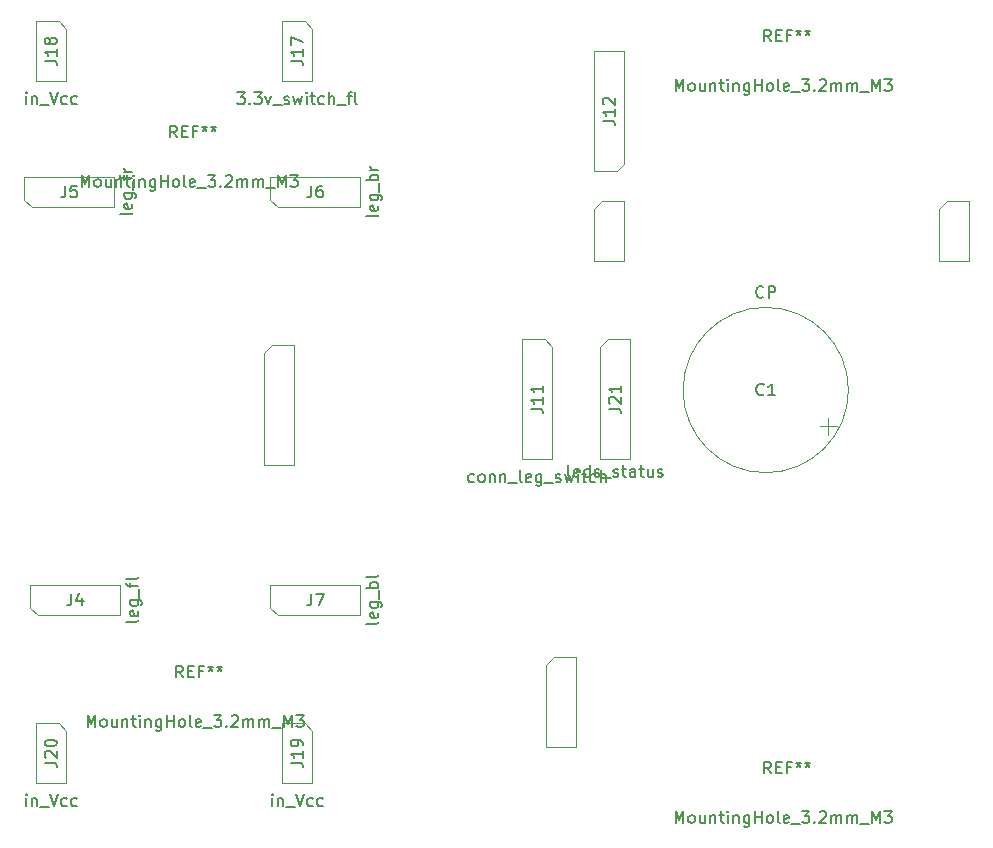
<source format=gbr>
%TF.GenerationSoftware,KiCad,Pcbnew,5.1.10-88a1d61d58~88~ubuntu18.04.1*%
%TF.CreationDate,2022-01-24T00:07:05+01:00*%
%TF.ProjectId,catbot_electronics_board,7061766c-6f76-45f6-9d69-6e695f656c65,rev?*%
%TF.SameCoordinates,Original*%
%TF.FileFunction,Other,Fab,Top*%
%FSLAX46Y46*%
G04 Gerber Fmt 4.6, Leading zero omitted, Abs format (unit mm)*
G04 Created by KiCad (PCBNEW 5.1.10-88a1d61d58~88~ubuntu18.04.1) date 2022-01-24 00:07:05*
%MOMM*%
%LPD*%
G01*
G04 APERTURE LIST*
%ADD10C,0.100000*%
%ADD11C,0.150000*%
G04 APERTURE END LIST*
D10*
%TO.C,J21*%
X126873000Y-119126000D02*
X128778000Y-119126000D01*
X128778000Y-119126000D02*
X128778000Y-129286000D01*
X128778000Y-129286000D02*
X126238000Y-129286000D01*
X126238000Y-129286000D02*
X126238000Y-119761000D01*
X126238000Y-119761000D02*
X126873000Y-119126000D01*
%TO.C,J20*%
X78486000Y-151638000D02*
X80391000Y-151638000D01*
X80391000Y-151638000D02*
X81026000Y-152273000D01*
X81026000Y-152273000D02*
X81026000Y-156718000D01*
X81026000Y-156718000D02*
X78486000Y-156718000D01*
X78486000Y-156718000D02*
X78486000Y-151638000D01*
%TO.C,J19*%
X99314000Y-151638000D02*
X101219000Y-151638000D01*
X101219000Y-151638000D02*
X101854000Y-152273000D01*
X101854000Y-152273000D02*
X101854000Y-156718000D01*
X101854000Y-156718000D02*
X99314000Y-156718000D01*
X99314000Y-156718000D02*
X99314000Y-151638000D01*
%TO.C,J18*%
X78486000Y-92202000D02*
X80391000Y-92202000D01*
X80391000Y-92202000D02*
X81026000Y-92837000D01*
X81026000Y-92837000D02*
X81026000Y-97282000D01*
X81026000Y-97282000D02*
X78486000Y-97282000D01*
X78486000Y-97282000D02*
X78486000Y-92202000D01*
%TO.C,J17*%
X99314000Y-92202000D02*
X101219000Y-92202000D01*
X101219000Y-92202000D02*
X101854000Y-92837000D01*
X101854000Y-92837000D02*
X101854000Y-97282000D01*
X101854000Y-97282000D02*
X99314000Y-97282000D01*
X99314000Y-97282000D02*
X99314000Y-92202000D01*
%TO.C,J11*%
X119634000Y-119126000D02*
X121539000Y-119126000D01*
X121539000Y-119126000D02*
X122174000Y-119761000D01*
X122174000Y-119761000D02*
X122174000Y-129286000D01*
X122174000Y-129286000D02*
X119634000Y-129286000D01*
X119634000Y-129286000D02*
X119634000Y-119126000D01*
%TO.C,J7*%
X98298000Y-141859000D02*
X98298000Y-139954000D01*
X98298000Y-139954000D02*
X105918000Y-139954000D01*
X105918000Y-139954000D02*
X105918000Y-142494000D01*
X105918000Y-142494000D02*
X98933000Y-142494000D01*
X98933000Y-142494000D02*
X98298000Y-141859000D01*
%TO.C,J6*%
X98298000Y-107315000D02*
X98298000Y-105410000D01*
X98298000Y-105410000D02*
X105918000Y-105410000D01*
X105918000Y-105410000D02*
X105918000Y-107950000D01*
X105918000Y-107950000D02*
X98933000Y-107950000D01*
X98933000Y-107950000D02*
X98298000Y-107315000D01*
%TO.C,J5*%
X77470000Y-107315000D02*
X77470000Y-105410000D01*
X77470000Y-105410000D02*
X85090000Y-105410000D01*
X85090000Y-105410000D02*
X85090000Y-107950000D01*
X85090000Y-107950000D02*
X78105000Y-107950000D01*
X78105000Y-107950000D02*
X77470000Y-107315000D01*
%TO.C,J4*%
X77978000Y-141859000D02*
X77978000Y-139954000D01*
X77978000Y-139954000D02*
X85598000Y-139954000D01*
X85598000Y-139954000D02*
X85598000Y-142494000D01*
X85598000Y-142494000D02*
X78613000Y-142494000D01*
X78613000Y-142494000D02*
X77978000Y-141859000D01*
%TO.C,J1*%
X98425000Y-119634000D02*
X100330000Y-119634000D01*
X100330000Y-119634000D02*
X100330000Y-129794000D01*
X100330000Y-129794000D02*
X97790000Y-129794000D01*
X97790000Y-129794000D02*
X97790000Y-120269000D01*
X97790000Y-120269000D02*
X98425000Y-119634000D01*
%TO.C,J12*%
X127635000Y-104902000D02*
X125730000Y-104902000D01*
X125730000Y-104902000D02*
X125730000Y-94742000D01*
X125730000Y-94742000D02*
X128270000Y-94742000D01*
X128270000Y-94742000D02*
X128270000Y-104267000D01*
X128270000Y-104267000D02*
X127635000Y-104902000D01*
%TO.C,J13*%
X125730000Y-108077000D02*
X126365000Y-107442000D01*
X125730000Y-112522000D02*
X125730000Y-108077000D01*
X128270000Y-112522000D02*
X125730000Y-112522000D01*
X128270000Y-107442000D02*
X128270000Y-112522000D01*
X126365000Y-107442000D02*
X128270000Y-107442000D01*
X157480000Y-107442000D02*
X157480000Y-112522000D01*
X155575000Y-107442000D02*
X157480000Y-107442000D01*
X154940000Y-108077000D02*
X155575000Y-107442000D01*
X154940000Y-112522000D02*
X154940000Y-108077000D01*
X157480000Y-112522000D02*
X154940000Y-112522000D01*
%TO.C,J10*%
X122301000Y-146050000D02*
X124206000Y-146050000D01*
X124206000Y-146050000D02*
X124206000Y-153670000D01*
X124206000Y-153670000D02*
X121666000Y-153670000D01*
X121666000Y-153670000D02*
X121666000Y-146685000D01*
X121666000Y-146685000D02*
X122301000Y-146050000D01*
%TO.C,C1*%
X147248000Y-123444000D02*
G75*
G03*
X147248000Y-123444000I-7000000J0D01*
G01*
X146261066Y-126511500D02*
X144861066Y-126511500D01*
X145561066Y-127211500D02*
X145561066Y-125811500D01*
%TD*%
%TO.C,REF\u002A\u002A*%
D11*
X82320952Y-106252380D02*
X82320952Y-105252380D01*
X82654285Y-105966666D01*
X82987619Y-105252380D01*
X82987619Y-106252380D01*
X83606666Y-106252380D02*
X83511428Y-106204761D01*
X83463809Y-106157142D01*
X83416190Y-106061904D01*
X83416190Y-105776190D01*
X83463809Y-105680952D01*
X83511428Y-105633333D01*
X83606666Y-105585714D01*
X83749523Y-105585714D01*
X83844761Y-105633333D01*
X83892380Y-105680952D01*
X83939999Y-105776190D01*
X83939999Y-106061904D01*
X83892380Y-106157142D01*
X83844761Y-106204761D01*
X83749523Y-106252380D01*
X83606666Y-106252380D01*
X84797142Y-105585714D02*
X84797142Y-106252380D01*
X84368571Y-105585714D02*
X84368571Y-106109523D01*
X84416190Y-106204761D01*
X84511428Y-106252380D01*
X84654285Y-106252380D01*
X84749523Y-106204761D01*
X84797142Y-106157142D01*
X85273333Y-105585714D02*
X85273333Y-106252380D01*
X85273333Y-105680952D02*
X85320952Y-105633333D01*
X85416190Y-105585714D01*
X85559047Y-105585714D01*
X85654285Y-105633333D01*
X85701904Y-105728571D01*
X85701904Y-106252380D01*
X86035238Y-105585714D02*
X86416190Y-105585714D01*
X86178095Y-105252380D02*
X86178095Y-106109523D01*
X86225714Y-106204761D01*
X86320952Y-106252380D01*
X86416190Y-106252380D01*
X86749523Y-106252380D02*
X86749523Y-105585714D01*
X86749523Y-105252380D02*
X86701904Y-105300000D01*
X86749523Y-105347619D01*
X86797142Y-105300000D01*
X86749523Y-105252380D01*
X86749523Y-105347619D01*
X87225714Y-105585714D02*
X87225714Y-106252380D01*
X87225714Y-105680952D02*
X87273333Y-105633333D01*
X87368571Y-105585714D01*
X87511428Y-105585714D01*
X87606666Y-105633333D01*
X87654285Y-105728571D01*
X87654285Y-106252380D01*
X88559047Y-105585714D02*
X88559047Y-106395238D01*
X88511428Y-106490476D01*
X88463809Y-106538095D01*
X88368571Y-106585714D01*
X88225714Y-106585714D01*
X88130476Y-106538095D01*
X88559047Y-106204761D02*
X88463809Y-106252380D01*
X88273333Y-106252380D01*
X88178095Y-106204761D01*
X88130476Y-106157142D01*
X88082857Y-106061904D01*
X88082857Y-105776190D01*
X88130476Y-105680952D01*
X88178095Y-105633333D01*
X88273333Y-105585714D01*
X88463809Y-105585714D01*
X88559047Y-105633333D01*
X89035238Y-106252380D02*
X89035238Y-105252380D01*
X89035238Y-105728571D02*
X89606666Y-105728571D01*
X89606666Y-106252380D02*
X89606666Y-105252380D01*
X90225714Y-106252380D02*
X90130476Y-106204761D01*
X90082857Y-106157142D01*
X90035238Y-106061904D01*
X90035238Y-105776190D01*
X90082857Y-105680952D01*
X90130476Y-105633333D01*
X90225714Y-105585714D01*
X90368571Y-105585714D01*
X90463809Y-105633333D01*
X90511428Y-105680952D01*
X90559047Y-105776190D01*
X90559047Y-106061904D01*
X90511428Y-106157142D01*
X90463809Y-106204761D01*
X90368571Y-106252380D01*
X90225714Y-106252380D01*
X91130476Y-106252380D02*
X91035238Y-106204761D01*
X90987619Y-106109523D01*
X90987619Y-105252380D01*
X91892380Y-106204761D02*
X91797142Y-106252380D01*
X91606666Y-106252380D01*
X91511428Y-106204761D01*
X91463809Y-106109523D01*
X91463809Y-105728571D01*
X91511428Y-105633333D01*
X91606666Y-105585714D01*
X91797142Y-105585714D01*
X91892380Y-105633333D01*
X91939999Y-105728571D01*
X91939999Y-105823809D01*
X91463809Y-105919047D01*
X92130476Y-106347619D02*
X92892380Y-106347619D01*
X93035238Y-105252380D02*
X93654285Y-105252380D01*
X93320952Y-105633333D01*
X93463809Y-105633333D01*
X93559047Y-105680952D01*
X93606666Y-105728571D01*
X93654285Y-105823809D01*
X93654285Y-106061904D01*
X93606666Y-106157142D01*
X93559047Y-106204761D01*
X93463809Y-106252380D01*
X93178095Y-106252380D01*
X93082857Y-106204761D01*
X93035238Y-106157142D01*
X94082857Y-106157142D02*
X94130476Y-106204761D01*
X94082857Y-106252380D01*
X94035238Y-106204761D01*
X94082857Y-106157142D01*
X94082857Y-106252380D01*
X94511428Y-105347619D02*
X94559047Y-105300000D01*
X94654285Y-105252380D01*
X94892380Y-105252380D01*
X94987619Y-105300000D01*
X95035238Y-105347619D01*
X95082857Y-105442857D01*
X95082857Y-105538095D01*
X95035238Y-105680952D01*
X94463809Y-106252380D01*
X95082857Y-106252380D01*
X95511428Y-106252380D02*
X95511428Y-105585714D01*
X95511428Y-105680952D02*
X95559047Y-105633333D01*
X95654285Y-105585714D01*
X95797142Y-105585714D01*
X95892380Y-105633333D01*
X95939999Y-105728571D01*
X95939999Y-106252380D01*
X95939999Y-105728571D02*
X95987619Y-105633333D01*
X96082857Y-105585714D01*
X96225714Y-105585714D01*
X96320952Y-105633333D01*
X96368571Y-105728571D01*
X96368571Y-106252380D01*
X96844761Y-106252380D02*
X96844761Y-105585714D01*
X96844761Y-105680952D02*
X96892380Y-105633333D01*
X96987619Y-105585714D01*
X97130476Y-105585714D01*
X97225714Y-105633333D01*
X97273333Y-105728571D01*
X97273333Y-106252380D01*
X97273333Y-105728571D02*
X97320952Y-105633333D01*
X97416190Y-105585714D01*
X97559047Y-105585714D01*
X97654285Y-105633333D01*
X97701904Y-105728571D01*
X97701904Y-106252380D01*
X97939999Y-106347619D02*
X98701904Y-106347619D01*
X98939999Y-106252380D02*
X98939999Y-105252380D01*
X99273333Y-105966666D01*
X99606666Y-105252380D01*
X99606666Y-106252380D01*
X99987619Y-105252380D02*
X100606666Y-105252380D01*
X100273333Y-105633333D01*
X100416190Y-105633333D01*
X100511428Y-105680952D01*
X100559047Y-105728571D01*
X100606666Y-105823809D01*
X100606666Y-106061904D01*
X100559047Y-106157142D01*
X100511428Y-106204761D01*
X100416190Y-106252380D01*
X100130476Y-106252380D01*
X100035238Y-106204761D01*
X99987619Y-106157142D01*
X90406666Y-102052380D02*
X90073333Y-101576190D01*
X89835238Y-102052380D02*
X89835238Y-101052380D01*
X90216190Y-101052380D01*
X90311428Y-101100000D01*
X90359047Y-101147619D01*
X90406666Y-101242857D01*
X90406666Y-101385714D01*
X90359047Y-101480952D01*
X90311428Y-101528571D01*
X90216190Y-101576190D01*
X89835238Y-101576190D01*
X90835238Y-101528571D02*
X91168571Y-101528571D01*
X91311428Y-102052380D02*
X90835238Y-102052380D01*
X90835238Y-101052380D01*
X91311428Y-101052380D01*
X92073333Y-101528571D02*
X91740000Y-101528571D01*
X91740000Y-102052380D02*
X91740000Y-101052380D01*
X92216190Y-101052380D01*
X92740000Y-101052380D02*
X92740000Y-101290476D01*
X92501904Y-101195238D02*
X92740000Y-101290476D01*
X92978095Y-101195238D01*
X92597142Y-101480952D02*
X92740000Y-101290476D01*
X92882857Y-101480952D01*
X93501904Y-101052380D02*
X93501904Y-101290476D01*
X93263809Y-101195238D02*
X93501904Y-101290476D01*
X93740000Y-101195238D01*
X93359047Y-101480952D02*
X93501904Y-101290476D01*
X93644761Y-101480952D01*
X82828952Y-151972380D02*
X82828952Y-150972380D01*
X83162285Y-151686666D01*
X83495619Y-150972380D01*
X83495619Y-151972380D01*
X84114666Y-151972380D02*
X84019428Y-151924761D01*
X83971809Y-151877142D01*
X83924190Y-151781904D01*
X83924190Y-151496190D01*
X83971809Y-151400952D01*
X84019428Y-151353333D01*
X84114666Y-151305714D01*
X84257523Y-151305714D01*
X84352761Y-151353333D01*
X84400380Y-151400952D01*
X84447999Y-151496190D01*
X84447999Y-151781904D01*
X84400380Y-151877142D01*
X84352761Y-151924761D01*
X84257523Y-151972380D01*
X84114666Y-151972380D01*
X85305142Y-151305714D02*
X85305142Y-151972380D01*
X84876571Y-151305714D02*
X84876571Y-151829523D01*
X84924190Y-151924761D01*
X85019428Y-151972380D01*
X85162285Y-151972380D01*
X85257523Y-151924761D01*
X85305142Y-151877142D01*
X85781333Y-151305714D02*
X85781333Y-151972380D01*
X85781333Y-151400952D02*
X85828952Y-151353333D01*
X85924190Y-151305714D01*
X86067047Y-151305714D01*
X86162285Y-151353333D01*
X86209904Y-151448571D01*
X86209904Y-151972380D01*
X86543238Y-151305714D02*
X86924190Y-151305714D01*
X86686095Y-150972380D02*
X86686095Y-151829523D01*
X86733714Y-151924761D01*
X86828952Y-151972380D01*
X86924190Y-151972380D01*
X87257523Y-151972380D02*
X87257523Y-151305714D01*
X87257523Y-150972380D02*
X87209904Y-151020000D01*
X87257523Y-151067619D01*
X87305142Y-151020000D01*
X87257523Y-150972380D01*
X87257523Y-151067619D01*
X87733714Y-151305714D02*
X87733714Y-151972380D01*
X87733714Y-151400952D02*
X87781333Y-151353333D01*
X87876571Y-151305714D01*
X88019428Y-151305714D01*
X88114666Y-151353333D01*
X88162285Y-151448571D01*
X88162285Y-151972380D01*
X89067047Y-151305714D02*
X89067047Y-152115238D01*
X89019428Y-152210476D01*
X88971809Y-152258095D01*
X88876571Y-152305714D01*
X88733714Y-152305714D01*
X88638476Y-152258095D01*
X89067047Y-151924761D02*
X88971809Y-151972380D01*
X88781333Y-151972380D01*
X88686095Y-151924761D01*
X88638476Y-151877142D01*
X88590857Y-151781904D01*
X88590857Y-151496190D01*
X88638476Y-151400952D01*
X88686095Y-151353333D01*
X88781333Y-151305714D01*
X88971809Y-151305714D01*
X89067047Y-151353333D01*
X89543238Y-151972380D02*
X89543238Y-150972380D01*
X89543238Y-151448571D02*
X90114666Y-151448571D01*
X90114666Y-151972380D02*
X90114666Y-150972380D01*
X90733714Y-151972380D02*
X90638476Y-151924761D01*
X90590857Y-151877142D01*
X90543238Y-151781904D01*
X90543238Y-151496190D01*
X90590857Y-151400952D01*
X90638476Y-151353333D01*
X90733714Y-151305714D01*
X90876571Y-151305714D01*
X90971809Y-151353333D01*
X91019428Y-151400952D01*
X91067047Y-151496190D01*
X91067047Y-151781904D01*
X91019428Y-151877142D01*
X90971809Y-151924761D01*
X90876571Y-151972380D01*
X90733714Y-151972380D01*
X91638476Y-151972380D02*
X91543238Y-151924761D01*
X91495619Y-151829523D01*
X91495619Y-150972380D01*
X92400380Y-151924761D02*
X92305142Y-151972380D01*
X92114666Y-151972380D01*
X92019428Y-151924761D01*
X91971809Y-151829523D01*
X91971809Y-151448571D01*
X92019428Y-151353333D01*
X92114666Y-151305714D01*
X92305142Y-151305714D01*
X92400380Y-151353333D01*
X92447999Y-151448571D01*
X92447999Y-151543809D01*
X91971809Y-151639047D01*
X92638476Y-152067619D02*
X93400380Y-152067619D01*
X93543238Y-150972380D02*
X94162285Y-150972380D01*
X93828952Y-151353333D01*
X93971809Y-151353333D01*
X94067047Y-151400952D01*
X94114666Y-151448571D01*
X94162285Y-151543809D01*
X94162285Y-151781904D01*
X94114666Y-151877142D01*
X94067047Y-151924761D01*
X93971809Y-151972380D01*
X93686095Y-151972380D01*
X93590857Y-151924761D01*
X93543238Y-151877142D01*
X94590857Y-151877142D02*
X94638476Y-151924761D01*
X94590857Y-151972380D01*
X94543238Y-151924761D01*
X94590857Y-151877142D01*
X94590857Y-151972380D01*
X95019428Y-151067619D02*
X95067047Y-151020000D01*
X95162285Y-150972380D01*
X95400380Y-150972380D01*
X95495619Y-151020000D01*
X95543238Y-151067619D01*
X95590857Y-151162857D01*
X95590857Y-151258095D01*
X95543238Y-151400952D01*
X94971809Y-151972380D01*
X95590857Y-151972380D01*
X96019428Y-151972380D02*
X96019428Y-151305714D01*
X96019428Y-151400952D02*
X96067047Y-151353333D01*
X96162285Y-151305714D01*
X96305142Y-151305714D01*
X96400380Y-151353333D01*
X96447999Y-151448571D01*
X96447999Y-151972380D01*
X96447999Y-151448571D02*
X96495619Y-151353333D01*
X96590857Y-151305714D01*
X96733714Y-151305714D01*
X96828952Y-151353333D01*
X96876571Y-151448571D01*
X96876571Y-151972380D01*
X97352761Y-151972380D02*
X97352761Y-151305714D01*
X97352761Y-151400952D02*
X97400380Y-151353333D01*
X97495619Y-151305714D01*
X97638476Y-151305714D01*
X97733714Y-151353333D01*
X97781333Y-151448571D01*
X97781333Y-151972380D01*
X97781333Y-151448571D02*
X97828952Y-151353333D01*
X97924190Y-151305714D01*
X98067047Y-151305714D01*
X98162285Y-151353333D01*
X98209904Y-151448571D01*
X98209904Y-151972380D01*
X98447999Y-152067619D02*
X99209904Y-152067619D01*
X99447999Y-151972380D02*
X99447999Y-150972380D01*
X99781333Y-151686666D01*
X100114666Y-150972380D01*
X100114666Y-151972380D01*
X100495619Y-150972380D02*
X101114666Y-150972380D01*
X100781333Y-151353333D01*
X100924190Y-151353333D01*
X101019428Y-151400952D01*
X101067047Y-151448571D01*
X101114666Y-151543809D01*
X101114666Y-151781904D01*
X101067047Y-151877142D01*
X101019428Y-151924761D01*
X100924190Y-151972380D01*
X100638476Y-151972380D01*
X100543238Y-151924761D01*
X100495619Y-151877142D01*
X90914666Y-147772380D02*
X90581333Y-147296190D01*
X90343238Y-147772380D02*
X90343238Y-146772380D01*
X90724190Y-146772380D01*
X90819428Y-146820000D01*
X90867047Y-146867619D01*
X90914666Y-146962857D01*
X90914666Y-147105714D01*
X90867047Y-147200952D01*
X90819428Y-147248571D01*
X90724190Y-147296190D01*
X90343238Y-147296190D01*
X91343238Y-147248571D02*
X91676571Y-147248571D01*
X91819428Y-147772380D02*
X91343238Y-147772380D01*
X91343238Y-146772380D01*
X91819428Y-146772380D01*
X92581333Y-147248571D02*
X92248000Y-147248571D01*
X92248000Y-147772380D02*
X92248000Y-146772380D01*
X92724190Y-146772380D01*
X93248000Y-146772380D02*
X93248000Y-147010476D01*
X93009904Y-146915238D02*
X93248000Y-147010476D01*
X93486095Y-146915238D01*
X93105142Y-147200952D02*
X93248000Y-147010476D01*
X93390857Y-147200952D01*
X94009904Y-146772380D02*
X94009904Y-147010476D01*
X93771809Y-146915238D02*
X94009904Y-147010476D01*
X94248000Y-146915238D01*
X93867047Y-147200952D02*
X94009904Y-147010476D01*
X94152761Y-147200952D01*
X132612952Y-160100380D02*
X132612952Y-159100380D01*
X132946285Y-159814666D01*
X133279619Y-159100380D01*
X133279619Y-160100380D01*
X133898666Y-160100380D02*
X133803428Y-160052761D01*
X133755809Y-160005142D01*
X133708190Y-159909904D01*
X133708190Y-159624190D01*
X133755809Y-159528952D01*
X133803428Y-159481333D01*
X133898666Y-159433714D01*
X134041523Y-159433714D01*
X134136761Y-159481333D01*
X134184380Y-159528952D01*
X134232000Y-159624190D01*
X134232000Y-159909904D01*
X134184380Y-160005142D01*
X134136761Y-160052761D01*
X134041523Y-160100380D01*
X133898666Y-160100380D01*
X135089142Y-159433714D02*
X135089142Y-160100380D01*
X134660571Y-159433714D02*
X134660571Y-159957523D01*
X134708190Y-160052761D01*
X134803428Y-160100380D01*
X134946285Y-160100380D01*
X135041523Y-160052761D01*
X135089142Y-160005142D01*
X135565333Y-159433714D02*
X135565333Y-160100380D01*
X135565333Y-159528952D02*
X135612952Y-159481333D01*
X135708190Y-159433714D01*
X135851047Y-159433714D01*
X135946285Y-159481333D01*
X135993904Y-159576571D01*
X135993904Y-160100380D01*
X136327238Y-159433714D02*
X136708190Y-159433714D01*
X136470095Y-159100380D02*
X136470095Y-159957523D01*
X136517714Y-160052761D01*
X136612952Y-160100380D01*
X136708190Y-160100380D01*
X137041523Y-160100380D02*
X137041523Y-159433714D01*
X137041523Y-159100380D02*
X136993904Y-159148000D01*
X137041523Y-159195619D01*
X137089142Y-159148000D01*
X137041523Y-159100380D01*
X137041523Y-159195619D01*
X137517714Y-159433714D02*
X137517714Y-160100380D01*
X137517714Y-159528952D02*
X137565333Y-159481333D01*
X137660571Y-159433714D01*
X137803428Y-159433714D01*
X137898666Y-159481333D01*
X137946285Y-159576571D01*
X137946285Y-160100380D01*
X138851047Y-159433714D02*
X138851047Y-160243238D01*
X138803428Y-160338476D01*
X138755809Y-160386095D01*
X138660571Y-160433714D01*
X138517714Y-160433714D01*
X138422476Y-160386095D01*
X138851047Y-160052761D02*
X138755809Y-160100380D01*
X138565333Y-160100380D01*
X138470095Y-160052761D01*
X138422476Y-160005142D01*
X138374857Y-159909904D01*
X138374857Y-159624190D01*
X138422476Y-159528952D01*
X138470095Y-159481333D01*
X138565333Y-159433714D01*
X138755809Y-159433714D01*
X138851047Y-159481333D01*
X139327238Y-160100380D02*
X139327238Y-159100380D01*
X139327238Y-159576571D02*
X139898666Y-159576571D01*
X139898666Y-160100380D02*
X139898666Y-159100380D01*
X140517714Y-160100380D02*
X140422476Y-160052761D01*
X140374857Y-160005142D01*
X140327238Y-159909904D01*
X140327238Y-159624190D01*
X140374857Y-159528952D01*
X140422476Y-159481333D01*
X140517714Y-159433714D01*
X140660571Y-159433714D01*
X140755809Y-159481333D01*
X140803428Y-159528952D01*
X140851047Y-159624190D01*
X140851047Y-159909904D01*
X140803428Y-160005142D01*
X140755809Y-160052761D01*
X140660571Y-160100380D01*
X140517714Y-160100380D01*
X141422476Y-160100380D02*
X141327238Y-160052761D01*
X141279619Y-159957523D01*
X141279619Y-159100380D01*
X142184380Y-160052761D02*
X142089142Y-160100380D01*
X141898666Y-160100380D01*
X141803428Y-160052761D01*
X141755809Y-159957523D01*
X141755809Y-159576571D01*
X141803428Y-159481333D01*
X141898666Y-159433714D01*
X142089142Y-159433714D01*
X142184380Y-159481333D01*
X142232000Y-159576571D01*
X142232000Y-159671809D01*
X141755809Y-159767047D01*
X142422476Y-160195619D02*
X143184380Y-160195619D01*
X143327238Y-159100380D02*
X143946285Y-159100380D01*
X143612952Y-159481333D01*
X143755809Y-159481333D01*
X143851047Y-159528952D01*
X143898666Y-159576571D01*
X143946285Y-159671809D01*
X143946285Y-159909904D01*
X143898666Y-160005142D01*
X143851047Y-160052761D01*
X143755809Y-160100380D01*
X143470095Y-160100380D01*
X143374857Y-160052761D01*
X143327238Y-160005142D01*
X144374857Y-160005142D02*
X144422476Y-160052761D01*
X144374857Y-160100380D01*
X144327238Y-160052761D01*
X144374857Y-160005142D01*
X144374857Y-160100380D01*
X144803428Y-159195619D02*
X144851047Y-159148000D01*
X144946285Y-159100380D01*
X145184380Y-159100380D01*
X145279619Y-159148000D01*
X145327238Y-159195619D01*
X145374857Y-159290857D01*
X145374857Y-159386095D01*
X145327238Y-159528952D01*
X144755809Y-160100380D01*
X145374857Y-160100380D01*
X145803428Y-160100380D02*
X145803428Y-159433714D01*
X145803428Y-159528952D02*
X145851047Y-159481333D01*
X145946285Y-159433714D01*
X146089142Y-159433714D01*
X146184380Y-159481333D01*
X146232000Y-159576571D01*
X146232000Y-160100380D01*
X146232000Y-159576571D02*
X146279619Y-159481333D01*
X146374857Y-159433714D01*
X146517714Y-159433714D01*
X146612952Y-159481333D01*
X146660571Y-159576571D01*
X146660571Y-160100380D01*
X147136761Y-160100380D02*
X147136761Y-159433714D01*
X147136761Y-159528952D02*
X147184380Y-159481333D01*
X147279619Y-159433714D01*
X147422476Y-159433714D01*
X147517714Y-159481333D01*
X147565333Y-159576571D01*
X147565333Y-160100380D01*
X147565333Y-159576571D02*
X147612952Y-159481333D01*
X147708190Y-159433714D01*
X147851047Y-159433714D01*
X147946285Y-159481333D01*
X147993904Y-159576571D01*
X147993904Y-160100380D01*
X148232000Y-160195619D02*
X148993904Y-160195619D01*
X149232000Y-160100380D02*
X149232000Y-159100380D01*
X149565333Y-159814666D01*
X149898666Y-159100380D01*
X149898666Y-160100380D01*
X150279619Y-159100380D02*
X150898666Y-159100380D01*
X150565333Y-159481333D01*
X150708190Y-159481333D01*
X150803428Y-159528952D01*
X150851047Y-159576571D01*
X150898666Y-159671809D01*
X150898666Y-159909904D01*
X150851047Y-160005142D01*
X150803428Y-160052761D01*
X150708190Y-160100380D01*
X150422476Y-160100380D01*
X150327238Y-160052761D01*
X150279619Y-160005142D01*
X140698666Y-155900380D02*
X140365333Y-155424190D01*
X140127238Y-155900380D02*
X140127238Y-154900380D01*
X140508190Y-154900380D01*
X140603428Y-154948000D01*
X140651047Y-154995619D01*
X140698666Y-155090857D01*
X140698666Y-155233714D01*
X140651047Y-155328952D01*
X140603428Y-155376571D01*
X140508190Y-155424190D01*
X140127238Y-155424190D01*
X141127238Y-155376571D02*
X141460571Y-155376571D01*
X141603428Y-155900380D02*
X141127238Y-155900380D01*
X141127238Y-154900380D01*
X141603428Y-154900380D01*
X142365333Y-155376571D02*
X142032000Y-155376571D01*
X142032000Y-155900380D02*
X142032000Y-154900380D01*
X142508190Y-154900380D01*
X143032000Y-154900380D02*
X143032000Y-155138476D01*
X142793904Y-155043238D02*
X143032000Y-155138476D01*
X143270095Y-155043238D01*
X142889142Y-155328952D02*
X143032000Y-155138476D01*
X143174857Y-155328952D01*
X143793904Y-154900380D02*
X143793904Y-155138476D01*
X143555809Y-155043238D02*
X143793904Y-155138476D01*
X144032000Y-155043238D01*
X143651047Y-155328952D02*
X143793904Y-155138476D01*
X143936761Y-155328952D01*
X132612952Y-98124380D02*
X132612952Y-97124380D01*
X132946285Y-97838666D01*
X133279619Y-97124380D01*
X133279619Y-98124380D01*
X133898666Y-98124380D02*
X133803428Y-98076761D01*
X133755809Y-98029142D01*
X133708190Y-97933904D01*
X133708190Y-97648190D01*
X133755809Y-97552952D01*
X133803428Y-97505333D01*
X133898666Y-97457714D01*
X134041523Y-97457714D01*
X134136761Y-97505333D01*
X134184380Y-97552952D01*
X134232000Y-97648190D01*
X134232000Y-97933904D01*
X134184380Y-98029142D01*
X134136761Y-98076761D01*
X134041523Y-98124380D01*
X133898666Y-98124380D01*
X135089142Y-97457714D02*
X135089142Y-98124380D01*
X134660571Y-97457714D02*
X134660571Y-97981523D01*
X134708190Y-98076761D01*
X134803428Y-98124380D01*
X134946285Y-98124380D01*
X135041523Y-98076761D01*
X135089142Y-98029142D01*
X135565333Y-97457714D02*
X135565333Y-98124380D01*
X135565333Y-97552952D02*
X135612952Y-97505333D01*
X135708190Y-97457714D01*
X135851047Y-97457714D01*
X135946285Y-97505333D01*
X135993904Y-97600571D01*
X135993904Y-98124380D01*
X136327238Y-97457714D02*
X136708190Y-97457714D01*
X136470095Y-97124380D02*
X136470095Y-97981523D01*
X136517714Y-98076761D01*
X136612952Y-98124380D01*
X136708190Y-98124380D01*
X137041523Y-98124380D02*
X137041523Y-97457714D01*
X137041523Y-97124380D02*
X136993904Y-97172000D01*
X137041523Y-97219619D01*
X137089142Y-97172000D01*
X137041523Y-97124380D01*
X137041523Y-97219619D01*
X137517714Y-97457714D02*
X137517714Y-98124380D01*
X137517714Y-97552952D02*
X137565333Y-97505333D01*
X137660571Y-97457714D01*
X137803428Y-97457714D01*
X137898666Y-97505333D01*
X137946285Y-97600571D01*
X137946285Y-98124380D01*
X138851047Y-97457714D02*
X138851047Y-98267238D01*
X138803428Y-98362476D01*
X138755809Y-98410095D01*
X138660571Y-98457714D01*
X138517714Y-98457714D01*
X138422476Y-98410095D01*
X138851047Y-98076761D02*
X138755809Y-98124380D01*
X138565333Y-98124380D01*
X138470095Y-98076761D01*
X138422476Y-98029142D01*
X138374857Y-97933904D01*
X138374857Y-97648190D01*
X138422476Y-97552952D01*
X138470095Y-97505333D01*
X138565333Y-97457714D01*
X138755809Y-97457714D01*
X138851047Y-97505333D01*
X139327238Y-98124380D02*
X139327238Y-97124380D01*
X139327238Y-97600571D02*
X139898666Y-97600571D01*
X139898666Y-98124380D02*
X139898666Y-97124380D01*
X140517714Y-98124380D02*
X140422476Y-98076761D01*
X140374857Y-98029142D01*
X140327238Y-97933904D01*
X140327238Y-97648190D01*
X140374857Y-97552952D01*
X140422476Y-97505333D01*
X140517714Y-97457714D01*
X140660571Y-97457714D01*
X140755809Y-97505333D01*
X140803428Y-97552952D01*
X140851047Y-97648190D01*
X140851047Y-97933904D01*
X140803428Y-98029142D01*
X140755809Y-98076761D01*
X140660571Y-98124380D01*
X140517714Y-98124380D01*
X141422476Y-98124380D02*
X141327238Y-98076761D01*
X141279619Y-97981523D01*
X141279619Y-97124380D01*
X142184380Y-98076761D02*
X142089142Y-98124380D01*
X141898666Y-98124380D01*
X141803428Y-98076761D01*
X141755809Y-97981523D01*
X141755809Y-97600571D01*
X141803428Y-97505333D01*
X141898666Y-97457714D01*
X142089142Y-97457714D01*
X142184380Y-97505333D01*
X142232000Y-97600571D01*
X142232000Y-97695809D01*
X141755809Y-97791047D01*
X142422476Y-98219619D02*
X143184380Y-98219619D01*
X143327238Y-97124380D02*
X143946285Y-97124380D01*
X143612952Y-97505333D01*
X143755809Y-97505333D01*
X143851047Y-97552952D01*
X143898666Y-97600571D01*
X143946285Y-97695809D01*
X143946285Y-97933904D01*
X143898666Y-98029142D01*
X143851047Y-98076761D01*
X143755809Y-98124380D01*
X143470095Y-98124380D01*
X143374857Y-98076761D01*
X143327238Y-98029142D01*
X144374857Y-98029142D02*
X144422476Y-98076761D01*
X144374857Y-98124380D01*
X144327238Y-98076761D01*
X144374857Y-98029142D01*
X144374857Y-98124380D01*
X144803428Y-97219619D02*
X144851047Y-97172000D01*
X144946285Y-97124380D01*
X145184380Y-97124380D01*
X145279619Y-97172000D01*
X145327238Y-97219619D01*
X145374857Y-97314857D01*
X145374857Y-97410095D01*
X145327238Y-97552952D01*
X144755809Y-98124380D01*
X145374857Y-98124380D01*
X145803428Y-98124380D02*
X145803428Y-97457714D01*
X145803428Y-97552952D02*
X145851047Y-97505333D01*
X145946285Y-97457714D01*
X146089142Y-97457714D01*
X146184380Y-97505333D01*
X146232000Y-97600571D01*
X146232000Y-98124380D01*
X146232000Y-97600571D02*
X146279619Y-97505333D01*
X146374857Y-97457714D01*
X146517714Y-97457714D01*
X146612952Y-97505333D01*
X146660571Y-97600571D01*
X146660571Y-98124380D01*
X147136761Y-98124380D02*
X147136761Y-97457714D01*
X147136761Y-97552952D02*
X147184380Y-97505333D01*
X147279619Y-97457714D01*
X147422476Y-97457714D01*
X147517714Y-97505333D01*
X147565333Y-97600571D01*
X147565333Y-98124380D01*
X147565333Y-97600571D02*
X147612952Y-97505333D01*
X147708190Y-97457714D01*
X147851047Y-97457714D01*
X147946285Y-97505333D01*
X147993904Y-97600571D01*
X147993904Y-98124380D01*
X148232000Y-98219619D02*
X148993904Y-98219619D01*
X149232000Y-98124380D02*
X149232000Y-97124380D01*
X149565333Y-97838666D01*
X149898666Y-97124380D01*
X149898666Y-98124380D01*
X150279619Y-97124380D02*
X150898666Y-97124380D01*
X150565333Y-97505333D01*
X150708190Y-97505333D01*
X150803428Y-97552952D01*
X150851047Y-97600571D01*
X150898666Y-97695809D01*
X150898666Y-97933904D01*
X150851047Y-98029142D01*
X150803428Y-98076761D01*
X150708190Y-98124380D01*
X150422476Y-98124380D01*
X150327238Y-98076761D01*
X150279619Y-98029142D01*
X140698666Y-93924380D02*
X140365333Y-93448190D01*
X140127238Y-93924380D02*
X140127238Y-92924380D01*
X140508190Y-92924380D01*
X140603428Y-92972000D01*
X140651047Y-93019619D01*
X140698666Y-93114857D01*
X140698666Y-93257714D01*
X140651047Y-93352952D01*
X140603428Y-93400571D01*
X140508190Y-93448190D01*
X140127238Y-93448190D01*
X141127238Y-93400571D02*
X141460571Y-93400571D01*
X141603428Y-93924380D02*
X141127238Y-93924380D01*
X141127238Y-92924380D01*
X141603428Y-92924380D01*
X142365333Y-93400571D02*
X142032000Y-93400571D01*
X142032000Y-93924380D02*
X142032000Y-92924380D01*
X142508190Y-92924380D01*
X143032000Y-92924380D02*
X143032000Y-93162476D01*
X142793904Y-93067238D02*
X143032000Y-93162476D01*
X143270095Y-93067238D01*
X142889142Y-93352952D02*
X143032000Y-93162476D01*
X143174857Y-93352952D01*
X143793904Y-92924380D02*
X143793904Y-93162476D01*
X143555809Y-93067238D02*
X143793904Y-93162476D01*
X144032000Y-93067238D01*
X143651047Y-93352952D02*
X143793904Y-93162476D01*
X143936761Y-93352952D01*
%TO.C,J21*%
X123674666Y-130798380D02*
X123579428Y-130750761D01*
X123531809Y-130655523D01*
X123531809Y-129798380D01*
X124436571Y-130750761D02*
X124341333Y-130798380D01*
X124150857Y-130798380D01*
X124055619Y-130750761D01*
X124008000Y-130655523D01*
X124008000Y-130274571D01*
X124055619Y-130179333D01*
X124150857Y-130131714D01*
X124341333Y-130131714D01*
X124436571Y-130179333D01*
X124484190Y-130274571D01*
X124484190Y-130369809D01*
X124008000Y-130465047D01*
X125341333Y-130798380D02*
X125341333Y-129798380D01*
X125341333Y-130750761D02*
X125246095Y-130798380D01*
X125055619Y-130798380D01*
X124960380Y-130750761D01*
X124912761Y-130703142D01*
X124865142Y-130607904D01*
X124865142Y-130322190D01*
X124912761Y-130226952D01*
X124960380Y-130179333D01*
X125055619Y-130131714D01*
X125246095Y-130131714D01*
X125341333Y-130179333D01*
X125769904Y-130750761D02*
X125865142Y-130798380D01*
X126055619Y-130798380D01*
X126150857Y-130750761D01*
X126198476Y-130655523D01*
X126198476Y-130607904D01*
X126150857Y-130512666D01*
X126055619Y-130465047D01*
X125912761Y-130465047D01*
X125817523Y-130417428D01*
X125769904Y-130322190D01*
X125769904Y-130274571D01*
X125817523Y-130179333D01*
X125912761Y-130131714D01*
X126055619Y-130131714D01*
X126150857Y-130179333D01*
X126388952Y-130893619D02*
X127150857Y-130893619D01*
X127341333Y-130750761D02*
X127436571Y-130798380D01*
X127627047Y-130798380D01*
X127722285Y-130750761D01*
X127769904Y-130655523D01*
X127769904Y-130607904D01*
X127722285Y-130512666D01*
X127627047Y-130465047D01*
X127484190Y-130465047D01*
X127388952Y-130417428D01*
X127341333Y-130322190D01*
X127341333Y-130274571D01*
X127388952Y-130179333D01*
X127484190Y-130131714D01*
X127627047Y-130131714D01*
X127722285Y-130179333D01*
X128055619Y-130131714D02*
X128436571Y-130131714D01*
X128198476Y-129798380D02*
X128198476Y-130655523D01*
X128246095Y-130750761D01*
X128341333Y-130798380D01*
X128436571Y-130798380D01*
X129198476Y-130798380D02*
X129198476Y-130274571D01*
X129150857Y-130179333D01*
X129055619Y-130131714D01*
X128865142Y-130131714D01*
X128769904Y-130179333D01*
X129198476Y-130750761D02*
X129103238Y-130798380D01*
X128865142Y-130798380D01*
X128769904Y-130750761D01*
X128722285Y-130655523D01*
X128722285Y-130560285D01*
X128769904Y-130465047D01*
X128865142Y-130417428D01*
X129103238Y-130417428D01*
X129198476Y-130369809D01*
X129531809Y-130131714D02*
X129912761Y-130131714D01*
X129674666Y-129798380D02*
X129674666Y-130655523D01*
X129722285Y-130750761D01*
X129817523Y-130798380D01*
X129912761Y-130798380D01*
X130674666Y-130131714D02*
X130674666Y-130798380D01*
X130246095Y-130131714D02*
X130246095Y-130655523D01*
X130293714Y-130750761D01*
X130388952Y-130798380D01*
X130531809Y-130798380D01*
X130627047Y-130750761D01*
X130674666Y-130703142D01*
X131103238Y-130750761D02*
X131198476Y-130798380D01*
X131388952Y-130798380D01*
X131484190Y-130750761D01*
X131531809Y-130655523D01*
X131531809Y-130607904D01*
X131484190Y-130512666D01*
X131388952Y-130465047D01*
X131246095Y-130465047D01*
X131150857Y-130417428D01*
X131103238Y-130322190D01*
X131103238Y-130274571D01*
X131150857Y-130179333D01*
X131246095Y-130131714D01*
X131388952Y-130131714D01*
X131484190Y-130179333D01*
X126960380Y-125015523D02*
X127674666Y-125015523D01*
X127817523Y-125063142D01*
X127912761Y-125158380D01*
X127960380Y-125301238D01*
X127960380Y-125396476D01*
X127055619Y-124586952D02*
X127008000Y-124539333D01*
X126960380Y-124444095D01*
X126960380Y-124206000D01*
X127008000Y-124110761D01*
X127055619Y-124063142D01*
X127150857Y-124015523D01*
X127246095Y-124015523D01*
X127388952Y-124063142D01*
X127960380Y-124634571D01*
X127960380Y-124015523D01*
X127960380Y-123063142D02*
X127960380Y-123634571D01*
X127960380Y-123348857D02*
X126960380Y-123348857D01*
X127103238Y-123444095D01*
X127198476Y-123539333D01*
X127246095Y-123634571D01*
%TO.C,J20*%
X77636952Y-158670380D02*
X77636952Y-158003714D01*
X77636952Y-157670380D02*
X77589333Y-157718000D01*
X77636952Y-157765619D01*
X77684571Y-157718000D01*
X77636952Y-157670380D01*
X77636952Y-157765619D01*
X78113142Y-158003714D02*
X78113142Y-158670380D01*
X78113142Y-158098952D02*
X78160761Y-158051333D01*
X78256000Y-158003714D01*
X78398857Y-158003714D01*
X78494095Y-158051333D01*
X78541714Y-158146571D01*
X78541714Y-158670380D01*
X78779809Y-158765619D02*
X79541714Y-158765619D01*
X79636952Y-157670380D02*
X79970285Y-158670380D01*
X80303619Y-157670380D01*
X81065523Y-158622761D02*
X80970285Y-158670380D01*
X80779809Y-158670380D01*
X80684571Y-158622761D01*
X80636952Y-158575142D01*
X80589333Y-158479904D01*
X80589333Y-158194190D01*
X80636952Y-158098952D01*
X80684571Y-158051333D01*
X80779809Y-158003714D01*
X80970285Y-158003714D01*
X81065523Y-158051333D01*
X81922666Y-158622761D02*
X81827428Y-158670380D01*
X81636952Y-158670380D01*
X81541714Y-158622761D01*
X81494095Y-158575142D01*
X81446476Y-158479904D01*
X81446476Y-158194190D01*
X81494095Y-158098952D01*
X81541714Y-158051333D01*
X81636952Y-158003714D01*
X81827428Y-158003714D01*
X81922666Y-158051333D01*
X79208380Y-154987523D02*
X79922666Y-154987523D01*
X80065523Y-155035142D01*
X80160761Y-155130380D01*
X80208380Y-155273238D01*
X80208380Y-155368476D01*
X79303619Y-154558952D02*
X79256000Y-154511333D01*
X79208380Y-154416095D01*
X79208380Y-154178000D01*
X79256000Y-154082761D01*
X79303619Y-154035142D01*
X79398857Y-153987523D01*
X79494095Y-153987523D01*
X79636952Y-154035142D01*
X80208380Y-154606571D01*
X80208380Y-153987523D01*
X79208380Y-153368476D02*
X79208380Y-153273238D01*
X79256000Y-153178000D01*
X79303619Y-153130380D01*
X79398857Y-153082761D01*
X79589333Y-153035142D01*
X79827428Y-153035142D01*
X80017904Y-153082761D01*
X80113142Y-153130380D01*
X80160761Y-153178000D01*
X80208380Y-153273238D01*
X80208380Y-153368476D01*
X80160761Y-153463714D01*
X80113142Y-153511333D01*
X80017904Y-153558952D01*
X79827428Y-153606571D01*
X79589333Y-153606571D01*
X79398857Y-153558952D01*
X79303619Y-153511333D01*
X79256000Y-153463714D01*
X79208380Y-153368476D01*
%TO.C,J19*%
X98464952Y-158670380D02*
X98464952Y-158003714D01*
X98464952Y-157670380D02*
X98417333Y-157718000D01*
X98464952Y-157765619D01*
X98512571Y-157718000D01*
X98464952Y-157670380D01*
X98464952Y-157765619D01*
X98941142Y-158003714D02*
X98941142Y-158670380D01*
X98941142Y-158098952D02*
X98988761Y-158051333D01*
X99084000Y-158003714D01*
X99226857Y-158003714D01*
X99322095Y-158051333D01*
X99369714Y-158146571D01*
X99369714Y-158670380D01*
X99607809Y-158765619D02*
X100369714Y-158765619D01*
X100464952Y-157670380D02*
X100798285Y-158670380D01*
X101131619Y-157670380D01*
X101893523Y-158622761D02*
X101798285Y-158670380D01*
X101607809Y-158670380D01*
X101512571Y-158622761D01*
X101464952Y-158575142D01*
X101417333Y-158479904D01*
X101417333Y-158194190D01*
X101464952Y-158098952D01*
X101512571Y-158051333D01*
X101607809Y-158003714D01*
X101798285Y-158003714D01*
X101893523Y-158051333D01*
X102750666Y-158622761D02*
X102655428Y-158670380D01*
X102464952Y-158670380D01*
X102369714Y-158622761D01*
X102322095Y-158575142D01*
X102274476Y-158479904D01*
X102274476Y-158194190D01*
X102322095Y-158098952D01*
X102369714Y-158051333D01*
X102464952Y-158003714D01*
X102655428Y-158003714D01*
X102750666Y-158051333D01*
X100036380Y-154987523D02*
X100750666Y-154987523D01*
X100893523Y-155035142D01*
X100988761Y-155130380D01*
X101036380Y-155273238D01*
X101036380Y-155368476D01*
X101036380Y-153987523D02*
X101036380Y-154558952D01*
X101036380Y-154273238D02*
X100036380Y-154273238D01*
X100179238Y-154368476D01*
X100274476Y-154463714D01*
X100322095Y-154558952D01*
X101036380Y-153511333D02*
X101036380Y-153320857D01*
X100988761Y-153225619D01*
X100941142Y-153178000D01*
X100798285Y-153082761D01*
X100607809Y-153035142D01*
X100226857Y-153035142D01*
X100131619Y-153082761D01*
X100084000Y-153130380D01*
X100036380Y-153225619D01*
X100036380Y-153416095D01*
X100084000Y-153511333D01*
X100131619Y-153558952D01*
X100226857Y-153606571D01*
X100464952Y-153606571D01*
X100560190Y-153558952D01*
X100607809Y-153511333D01*
X100655428Y-153416095D01*
X100655428Y-153225619D01*
X100607809Y-153130380D01*
X100560190Y-153082761D01*
X100464952Y-153035142D01*
%TO.C,J18*%
X77636952Y-99234380D02*
X77636952Y-98567714D01*
X77636952Y-98234380D02*
X77589333Y-98282000D01*
X77636952Y-98329619D01*
X77684571Y-98282000D01*
X77636952Y-98234380D01*
X77636952Y-98329619D01*
X78113142Y-98567714D02*
X78113142Y-99234380D01*
X78113142Y-98662952D02*
X78160761Y-98615333D01*
X78256000Y-98567714D01*
X78398857Y-98567714D01*
X78494095Y-98615333D01*
X78541714Y-98710571D01*
X78541714Y-99234380D01*
X78779809Y-99329619D02*
X79541714Y-99329619D01*
X79636952Y-98234380D02*
X79970285Y-99234380D01*
X80303619Y-98234380D01*
X81065523Y-99186761D02*
X80970285Y-99234380D01*
X80779809Y-99234380D01*
X80684571Y-99186761D01*
X80636952Y-99139142D01*
X80589333Y-99043904D01*
X80589333Y-98758190D01*
X80636952Y-98662952D01*
X80684571Y-98615333D01*
X80779809Y-98567714D01*
X80970285Y-98567714D01*
X81065523Y-98615333D01*
X81922666Y-99186761D02*
X81827428Y-99234380D01*
X81636952Y-99234380D01*
X81541714Y-99186761D01*
X81494095Y-99139142D01*
X81446476Y-99043904D01*
X81446476Y-98758190D01*
X81494095Y-98662952D01*
X81541714Y-98615333D01*
X81636952Y-98567714D01*
X81827428Y-98567714D01*
X81922666Y-98615333D01*
X79208380Y-95551523D02*
X79922666Y-95551523D01*
X80065523Y-95599142D01*
X80160761Y-95694380D01*
X80208380Y-95837238D01*
X80208380Y-95932476D01*
X80208380Y-94551523D02*
X80208380Y-95122952D01*
X80208380Y-94837238D02*
X79208380Y-94837238D01*
X79351238Y-94932476D01*
X79446476Y-95027714D01*
X79494095Y-95122952D01*
X79636952Y-93980095D02*
X79589333Y-94075333D01*
X79541714Y-94122952D01*
X79446476Y-94170571D01*
X79398857Y-94170571D01*
X79303619Y-94122952D01*
X79256000Y-94075333D01*
X79208380Y-93980095D01*
X79208380Y-93789619D01*
X79256000Y-93694380D01*
X79303619Y-93646761D01*
X79398857Y-93599142D01*
X79446476Y-93599142D01*
X79541714Y-93646761D01*
X79589333Y-93694380D01*
X79636952Y-93789619D01*
X79636952Y-93980095D01*
X79684571Y-94075333D01*
X79732190Y-94122952D01*
X79827428Y-94170571D01*
X80017904Y-94170571D01*
X80113142Y-94122952D01*
X80160761Y-94075333D01*
X80208380Y-93980095D01*
X80208380Y-93789619D01*
X80160761Y-93694380D01*
X80113142Y-93646761D01*
X80017904Y-93599142D01*
X79827428Y-93599142D01*
X79732190Y-93646761D01*
X79684571Y-93694380D01*
X79636952Y-93789619D01*
%TO.C,J17*%
X95512571Y-98234380D02*
X96131619Y-98234380D01*
X95798285Y-98615333D01*
X95941142Y-98615333D01*
X96036380Y-98662952D01*
X96084000Y-98710571D01*
X96131619Y-98805809D01*
X96131619Y-99043904D01*
X96084000Y-99139142D01*
X96036380Y-99186761D01*
X95941142Y-99234380D01*
X95655428Y-99234380D01*
X95560190Y-99186761D01*
X95512571Y-99139142D01*
X96560190Y-99139142D02*
X96607809Y-99186761D01*
X96560190Y-99234380D01*
X96512571Y-99186761D01*
X96560190Y-99139142D01*
X96560190Y-99234380D01*
X96941142Y-98234380D02*
X97560190Y-98234380D01*
X97226857Y-98615333D01*
X97369714Y-98615333D01*
X97464952Y-98662952D01*
X97512571Y-98710571D01*
X97560190Y-98805809D01*
X97560190Y-99043904D01*
X97512571Y-99139142D01*
X97464952Y-99186761D01*
X97369714Y-99234380D01*
X97084000Y-99234380D01*
X96988761Y-99186761D01*
X96941142Y-99139142D01*
X97893523Y-98567714D02*
X98131619Y-99234380D01*
X98369714Y-98567714D01*
X98512571Y-99329619D02*
X99274476Y-99329619D01*
X99464952Y-99186761D02*
X99560190Y-99234380D01*
X99750666Y-99234380D01*
X99845904Y-99186761D01*
X99893523Y-99091523D01*
X99893523Y-99043904D01*
X99845904Y-98948666D01*
X99750666Y-98901047D01*
X99607809Y-98901047D01*
X99512571Y-98853428D01*
X99464952Y-98758190D01*
X99464952Y-98710571D01*
X99512571Y-98615333D01*
X99607809Y-98567714D01*
X99750666Y-98567714D01*
X99845904Y-98615333D01*
X100226857Y-98567714D02*
X100417333Y-99234380D01*
X100607809Y-98758190D01*
X100798285Y-99234380D01*
X100988761Y-98567714D01*
X101369714Y-99234380D02*
X101369714Y-98567714D01*
X101369714Y-98234380D02*
X101322095Y-98282000D01*
X101369714Y-98329619D01*
X101417333Y-98282000D01*
X101369714Y-98234380D01*
X101369714Y-98329619D01*
X101703047Y-98567714D02*
X102084000Y-98567714D01*
X101845904Y-98234380D02*
X101845904Y-99091523D01*
X101893523Y-99186761D01*
X101988761Y-99234380D01*
X102084000Y-99234380D01*
X102845904Y-99186761D02*
X102750666Y-99234380D01*
X102560190Y-99234380D01*
X102464952Y-99186761D01*
X102417333Y-99139142D01*
X102369714Y-99043904D01*
X102369714Y-98758190D01*
X102417333Y-98662952D01*
X102464952Y-98615333D01*
X102560190Y-98567714D01*
X102750666Y-98567714D01*
X102845904Y-98615333D01*
X103274476Y-99234380D02*
X103274476Y-98234380D01*
X103703047Y-99234380D02*
X103703047Y-98710571D01*
X103655428Y-98615333D01*
X103560190Y-98567714D01*
X103417333Y-98567714D01*
X103322095Y-98615333D01*
X103274476Y-98662952D01*
X103941142Y-99329619D02*
X104703047Y-99329619D01*
X104798285Y-98567714D02*
X105179238Y-98567714D01*
X104941142Y-99234380D02*
X104941142Y-98377238D01*
X104988761Y-98282000D01*
X105084000Y-98234380D01*
X105179238Y-98234380D01*
X105655428Y-99234380D02*
X105560190Y-99186761D01*
X105512571Y-99091523D01*
X105512571Y-98234380D01*
X100036380Y-95551523D02*
X100750666Y-95551523D01*
X100893523Y-95599142D01*
X100988761Y-95694380D01*
X101036380Y-95837238D01*
X101036380Y-95932476D01*
X101036380Y-94551523D02*
X101036380Y-95122952D01*
X101036380Y-94837238D02*
X100036380Y-94837238D01*
X100179238Y-94932476D01*
X100274476Y-95027714D01*
X100322095Y-95122952D01*
X100036380Y-94218190D02*
X100036380Y-93551523D01*
X101036380Y-93980095D01*
%TO.C,J11*%
X115546857Y-131190761D02*
X115451619Y-131238380D01*
X115261142Y-131238380D01*
X115165904Y-131190761D01*
X115118285Y-131143142D01*
X115070666Y-131047904D01*
X115070666Y-130762190D01*
X115118285Y-130666952D01*
X115165904Y-130619333D01*
X115261142Y-130571714D01*
X115451619Y-130571714D01*
X115546857Y-130619333D01*
X116118285Y-131238380D02*
X116023047Y-131190761D01*
X115975428Y-131143142D01*
X115927809Y-131047904D01*
X115927809Y-130762190D01*
X115975428Y-130666952D01*
X116023047Y-130619333D01*
X116118285Y-130571714D01*
X116261142Y-130571714D01*
X116356380Y-130619333D01*
X116404000Y-130666952D01*
X116451619Y-130762190D01*
X116451619Y-131047904D01*
X116404000Y-131143142D01*
X116356380Y-131190761D01*
X116261142Y-131238380D01*
X116118285Y-131238380D01*
X116880190Y-130571714D02*
X116880190Y-131238380D01*
X116880190Y-130666952D02*
X116927809Y-130619333D01*
X117023047Y-130571714D01*
X117165904Y-130571714D01*
X117261142Y-130619333D01*
X117308761Y-130714571D01*
X117308761Y-131238380D01*
X117784952Y-130571714D02*
X117784952Y-131238380D01*
X117784952Y-130666952D02*
X117832571Y-130619333D01*
X117927809Y-130571714D01*
X118070666Y-130571714D01*
X118165904Y-130619333D01*
X118213523Y-130714571D01*
X118213523Y-131238380D01*
X118451619Y-131333619D02*
X119213523Y-131333619D01*
X119594476Y-131238380D02*
X119499238Y-131190761D01*
X119451619Y-131095523D01*
X119451619Y-130238380D01*
X120356380Y-131190761D02*
X120261142Y-131238380D01*
X120070666Y-131238380D01*
X119975428Y-131190761D01*
X119927809Y-131095523D01*
X119927809Y-130714571D01*
X119975428Y-130619333D01*
X120070666Y-130571714D01*
X120261142Y-130571714D01*
X120356380Y-130619333D01*
X120404000Y-130714571D01*
X120404000Y-130809809D01*
X119927809Y-130905047D01*
X121261142Y-130571714D02*
X121261142Y-131381238D01*
X121213523Y-131476476D01*
X121165904Y-131524095D01*
X121070666Y-131571714D01*
X120927809Y-131571714D01*
X120832571Y-131524095D01*
X121261142Y-131190761D02*
X121165904Y-131238380D01*
X120975428Y-131238380D01*
X120880190Y-131190761D01*
X120832571Y-131143142D01*
X120784952Y-131047904D01*
X120784952Y-130762190D01*
X120832571Y-130666952D01*
X120880190Y-130619333D01*
X120975428Y-130571714D01*
X121165904Y-130571714D01*
X121261142Y-130619333D01*
X121499238Y-131333619D02*
X122261142Y-131333619D01*
X122451619Y-131190761D02*
X122546857Y-131238380D01*
X122737333Y-131238380D01*
X122832571Y-131190761D01*
X122880190Y-131095523D01*
X122880190Y-131047904D01*
X122832571Y-130952666D01*
X122737333Y-130905047D01*
X122594476Y-130905047D01*
X122499238Y-130857428D01*
X122451619Y-130762190D01*
X122451619Y-130714571D01*
X122499238Y-130619333D01*
X122594476Y-130571714D01*
X122737333Y-130571714D01*
X122832571Y-130619333D01*
X123213523Y-130571714D02*
X123404000Y-131238380D01*
X123594476Y-130762190D01*
X123784952Y-131238380D01*
X123975428Y-130571714D01*
X124356380Y-131238380D02*
X124356380Y-130571714D01*
X124356380Y-130238380D02*
X124308761Y-130286000D01*
X124356380Y-130333619D01*
X124404000Y-130286000D01*
X124356380Y-130238380D01*
X124356380Y-130333619D01*
X124689714Y-130571714D02*
X125070666Y-130571714D01*
X124832571Y-130238380D02*
X124832571Y-131095523D01*
X124880190Y-131190761D01*
X124975428Y-131238380D01*
X125070666Y-131238380D01*
X125832571Y-131190761D02*
X125737333Y-131238380D01*
X125546857Y-131238380D01*
X125451619Y-131190761D01*
X125404000Y-131143142D01*
X125356380Y-131047904D01*
X125356380Y-130762190D01*
X125404000Y-130666952D01*
X125451619Y-130619333D01*
X125546857Y-130571714D01*
X125737333Y-130571714D01*
X125832571Y-130619333D01*
X126261142Y-131238380D02*
X126261142Y-130238380D01*
X126689714Y-131238380D02*
X126689714Y-130714571D01*
X126642095Y-130619333D01*
X126546857Y-130571714D01*
X126404000Y-130571714D01*
X126308761Y-130619333D01*
X126261142Y-130666952D01*
X120356380Y-125015523D02*
X121070666Y-125015523D01*
X121213523Y-125063142D01*
X121308761Y-125158380D01*
X121356380Y-125301238D01*
X121356380Y-125396476D01*
X121356380Y-124015523D02*
X121356380Y-124586952D01*
X121356380Y-124301238D02*
X120356380Y-124301238D01*
X120499238Y-124396476D01*
X120594476Y-124491714D01*
X120642095Y-124586952D01*
X121356380Y-123063142D02*
X121356380Y-123634571D01*
X121356380Y-123348857D02*
X120356380Y-123348857D01*
X120499238Y-123444095D01*
X120594476Y-123539333D01*
X120642095Y-123634571D01*
%TO.C,J7*%
X107430380Y-143081142D02*
X107382761Y-143176380D01*
X107287523Y-143224000D01*
X106430380Y-143224000D01*
X107382761Y-142319238D02*
X107430380Y-142414476D01*
X107430380Y-142604952D01*
X107382761Y-142700190D01*
X107287523Y-142747809D01*
X106906571Y-142747809D01*
X106811333Y-142700190D01*
X106763714Y-142604952D01*
X106763714Y-142414476D01*
X106811333Y-142319238D01*
X106906571Y-142271619D01*
X107001809Y-142271619D01*
X107097047Y-142747809D01*
X106763714Y-141414476D02*
X107573238Y-141414476D01*
X107668476Y-141462095D01*
X107716095Y-141509714D01*
X107763714Y-141604952D01*
X107763714Y-141747809D01*
X107716095Y-141843047D01*
X107382761Y-141414476D02*
X107430380Y-141509714D01*
X107430380Y-141700190D01*
X107382761Y-141795428D01*
X107335142Y-141843047D01*
X107239904Y-141890666D01*
X106954190Y-141890666D01*
X106858952Y-141843047D01*
X106811333Y-141795428D01*
X106763714Y-141700190D01*
X106763714Y-141509714D01*
X106811333Y-141414476D01*
X107525619Y-141176380D02*
X107525619Y-140414476D01*
X107430380Y-140176380D02*
X106430380Y-140176380D01*
X106811333Y-140176380D02*
X106763714Y-140081142D01*
X106763714Y-139890666D01*
X106811333Y-139795428D01*
X106858952Y-139747809D01*
X106954190Y-139700190D01*
X107239904Y-139700190D01*
X107335142Y-139747809D01*
X107382761Y-139795428D01*
X107430380Y-139890666D01*
X107430380Y-140081142D01*
X107382761Y-140176380D01*
X107430380Y-139128761D02*
X107382761Y-139224000D01*
X107287523Y-139271619D01*
X106430380Y-139271619D01*
X101774666Y-140676380D02*
X101774666Y-141390666D01*
X101727047Y-141533523D01*
X101631809Y-141628761D01*
X101488952Y-141676380D01*
X101393714Y-141676380D01*
X102155619Y-140676380D02*
X102822285Y-140676380D01*
X102393714Y-141676380D01*
%TO.C,J6*%
X107430380Y-108584761D02*
X107382761Y-108680000D01*
X107287523Y-108727619D01*
X106430380Y-108727619D01*
X107382761Y-107822857D02*
X107430380Y-107918095D01*
X107430380Y-108108571D01*
X107382761Y-108203809D01*
X107287523Y-108251428D01*
X106906571Y-108251428D01*
X106811333Y-108203809D01*
X106763714Y-108108571D01*
X106763714Y-107918095D01*
X106811333Y-107822857D01*
X106906571Y-107775238D01*
X107001809Y-107775238D01*
X107097047Y-108251428D01*
X106763714Y-106918095D02*
X107573238Y-106918095D01*
X107668476Y-106965714D01*
X107716095Y-107013333D01*
X107763714Y-107108571D01*
X107763714Y-107251428D01*
X107716095Y-107346666D01*
X107382761Y-106918095D02*
X107430380Y-107013333D01*
X107430380Y-107203809D01*
X107382761Y-107299047D01*
X107335142Y-107346666D01*
X107239904Y-107394285D01*
X106954190Y-107394285D01*
X106858952Y-107346666D01*
X106811333Y-107299047D01*
X106763714Y-107203809D01*
X106763714Y-107013333D01*
X106811333Y-106918095D01*
X107525619Y-106680000D02*
X107525619Y-105918095D01*
X107430380Y-105680000D02*
X106430380Y-105680000D01*
X106811333Y-105680000D02*
X106763714Y-105584761D01*
X106763714Y-105394285D01*
X106811333Y-105299047D01*
X106858952Y-105251428D01*
X106954190Y-105203809D01*
X107239904Y-105203809D01*
X107335142Y-105251428D01*
X107382761Y-105299047D01*
X107430380Y-105394285D01*
X107430380Y-105584761D01*
X107382761Y-105680000D01*
X107430380Y-104775238D02*
X106763714Y-104775238D01*
X106954190Y-104775238D02*
X106858952Y-104727619D01*
X106811333Y-104680000D01*
X106763714Y-104584761D01*
X106763714Y-104489523D01*
X101774666Y-106132380D02*
X101774666Y-106846666D01*
X101727047Y-106989523D01*
X101631809Y-107084761D01*
X101488952Y-107132380D01*
X101393714Y-107132380D01*
X102679428Y-106132380D02*
X102488952Y-106132380D01*
X102393714Y-106180000D01*
X102346095Y-106227619D01*
X102250857Y-106370476D01*
X102203238Y-106560952D01*
X102203238Y-106941904D01*
X102250857Y-107037142D01*
X102298476Y-107084761D01*
X102393714Y-107132380D01*
X102584190Y-107132380D01*
X102679428Y-107084761D01*
X102727047Y-107037142D01*
X102774666Y-106941904D01*
X102774666Y-106703809D01*
X102727047Y-106608571D01*
X102679428Y-106560952D01*
X102584190Y-106513333D01*
X102393714Y-106513333D01*
X102298476Y-106560952D01*
X102250857Y-106608571D01*
X102203238Y-106703809D01*
%TO.C,J5*%
X86602380Y-108418095D02*
X86554761Y-108513333D01*
X86459523Y-108560952D01*
X85602380Y-108560952D01*
X86554761Y-107656190D02*
X86602380Y-107751428D01*
X86602380Y-107941904D01*
X86554761Y-108037142D01*
X86459523Y-108084761D01*
X86078571Y-108084761D01*
X85983333Y-108037142D01*
X85935714Y-107941904D01*
X85935714Y-107751428D01*
X85983333Y-107656190D01*
X86078571Y-107608571D01*
X86173809Y-107608571D01*
X86269047Y-108084761D01*
X85935714Y-106751428D02*
X86745238Y-106751428D01*
X86840476Y-106799047D01*
X86888095Y-106846666D01*
X86935714Y-106941904D01*
X86935714Y-107084761D01*
X86888095Y-107180000D01*
X86554761Y-106751428D02*
X86602380Y-106846666D01*
X86602380Y-107037142D01*
X86554761Y-107132380D01*
X86507142Y-107180000D01*
X86411904Y-107227619D01*
X86126190Y-107227619D01*
X86030952Y-107180000D01*
X85983333Y-107132380D01*
X85935714Y-107037142D01*
X85935714Y-106846666D01*
X85983333Y-106751428D01*
X86697619Y-106513333D02*
X86697619Y-105751428D01*
X85935714Y-105656190D02*
X85935714Y-105275238D01*
X86602380Y-105513333D02*
X85745238Y-105513333D01*
X85650000Y-105465714D01*
X85602380Y-105370476D01*
X85602380Y-105275238D01*
X86602380Y-104941904D02*
X85935714Y-104941904D01*
X86126190Y-104941904D02*
X86030952Y-104894285D01*
X85983333Y-104846666D01*
X85935714Y-104751428D01*
X85935714Y-104656190D01*
X80946666Y-106132380D02*
X80946666Y-106846666D01*
X80899047Y-106989523D01*
X80803809Y-107084761D01*
X80660952Y-107132380D01*
X80565714Y-107132380D01*
X81899047Y-106132380D02*
X81422857Y-106132380D01*
X81375238Y-106608571D01*
X81422857Y-106560952D01*
X81518095Y-106513333D01*
X81756190Y-106513333D01*
X81851428Y-106560952D01*
X81899047Y-106608571D01*
X81946666Y-106703809D01*
X81946666Y-106941904D01*
X81899047Y-107037142D01*
X81851428Y-107084761D01*
X81756190Y-107132380D01*
X81518095Y-107132380D01*
X81422857Y-107084761D01*
X81375238Y-107037142D01*
%TO.C,J4*%
X87110380Y-142914476D02*
X87062761Y-143009714D01*
X86967523Y-143057333D01*
X86110380Y-143057333D01*
X87062761Y-142152571D02*
X87110380Y-142247809D01*
X87110380Y-142438285D01*
X87062761Y-142533523D01*
X86967523Y-142581142D01*
X86586571Y-142581142D01*
X86491333Y-142533523D01*
X86443714Y-142438285D01*
X86443714Y-142247809D01*
X86491333Y-142152571D01*
X86586571Y-142104952D01*
X86681809Y-142104952D01*
X86777047Y-142581142D01*
X86443714Y-141247809D02*
X87253238Y-141247809D01*
X87348476Y-141295428D01*
X87396095Y-141343047D01*
X87443714Y-141438285D01*
X87443714Y-141581142D01*
X87396095Y-141676380D01*
X87062761Y-141247809D02*
X87110380Y-141343047D01*
X87110380Y-141533523D01*
X87062761Y-141628761D01*
X87015142Y-141676380D01*
X86919904Y-141724000D01*
X86634190Y-141724000D01*
X86538952Y-141676380D01*
X86491333Y-141628761D01*
X86443714Y-141533523D01*
X86443714Y-141343047D01*
X86491333Y-141247809D01*
X87205619Y-141009714D02*
X87205619Y-140247809D01*
X86443714Y-140152571D02*
X86443714Y-139771619D01*
X87110380Y-140009714D02*
X86253238Y-140009714D01*
X86158000Y-139962095D01*
X86110380Y-139866857D01*
X86110380Y-139771619D01*
X87110380Y-139295428D02*
X87062761Y-139390666D01*
X86967523Y-139438285D01*
X86110380Y-139438285D01*
X81454666Y-140676380D02*
X81454666Y-141390666D01*
X81407047Y-141533523D01*
X81311809Y-141628761D01*
X81168952Y-141676380D01*
X81073714Y-141676380D01*
X82359428Y-141009714D02*
X82359428Y-141676380D01*
X82121333Y-140628761D02*
X81883238Y-141343047D01*
X82502285Y-141343047D01*
%TO.C,J12*%
X126452380Y-100631523D02*
X127166666Y-100631523D01*
X127309523Y-100679142D01*
X127404761Y-100774380D01*
X127452380Y-100917238D01*
X127452380Y-101012476D01*
X127452380Y-99631523D02*
X127452380Y-100202952D01*
X127452380Y-99917238D02*
X126452380Y-99917238D01*
X126595238Y-100012476D01*
X126690476Y-100107714D01*
X126738095Y-100202952D01*
X126547619Y-99250571D02*
X126500000Y-99202952D01*
X126452380Y-99107714D01*
X126452380Y-98869619D01*
X126500000Y-98774380D01*
X126547619Y-98726761D01*
X126642857Y-98679142D01*
X126738095Y-98679142D01*
X126880952Y-98726761D01*
X127452380Y-99298190D01*
X127452380Y-98679142D01*
%TO.C,C1*%
X140057523Y-115551142D02*
X140009904Y-115598761D01*
X139867047Y-115646380D01*
X139771809Y-115646380D01*
X139628952Y-115598761D01*
X139533714Y-115503523D01*
X139486095Y-115408285D01*
X139438476Y-115217809D01*
X139438476Y-115074952D01*
X139486095Y-114884476D01*
X139533714Y-114789238D01*
X139628952Y-114694000D01*
X139771809Y-114646380D01*
X139867047Y-114646380D01*
X140009904Y-114694000D01*
X140057523Y-114741619D01*
X140486095Y-115646380D02*
X140486095Y-114646380D01*
X140867047Y-114646380D01*
X140962285Y-114694000D01*
X141009904Y-114741619D01*
X141057523Y-114836857D01*
X141057523Y-114979714D01*
X141009904Y-115074952D01*
X140962285Y-115122571D01*
X140867047Y-115170190D01*
X140486095Y-115170190D01*
X140081333Y-123801142D02*
X140033714Y-123848761D01*
X139890857Y-123896380D01*
X139795619Y-123896380D01*
X139652761Y-123848761D01*
X139557523Y-123753523D01*
X139509904Y-123658285D01*
X139462285Y-123467809D01*
X139462285Y-123324952D01*
X139509904Y-123134476D01*
X139557523Y-123039238D01*
X139652761Y-122944000D01*
X139795619Y-122896380D01*
X139890857Y-122896380D01*
X140033714Y-122944000D01*
X140081333Y-122991619D01*
X141033714Y-123896380D02*
X140462285Y-123896380D01*
X140748000Y-123896380D02*
X140748000Y-122896380D01*
X140652761Y-123039238D01*
X140557523Y-123134476D01*
X140462285Y-123182095D01*
%TD*%
M02*

</source>
